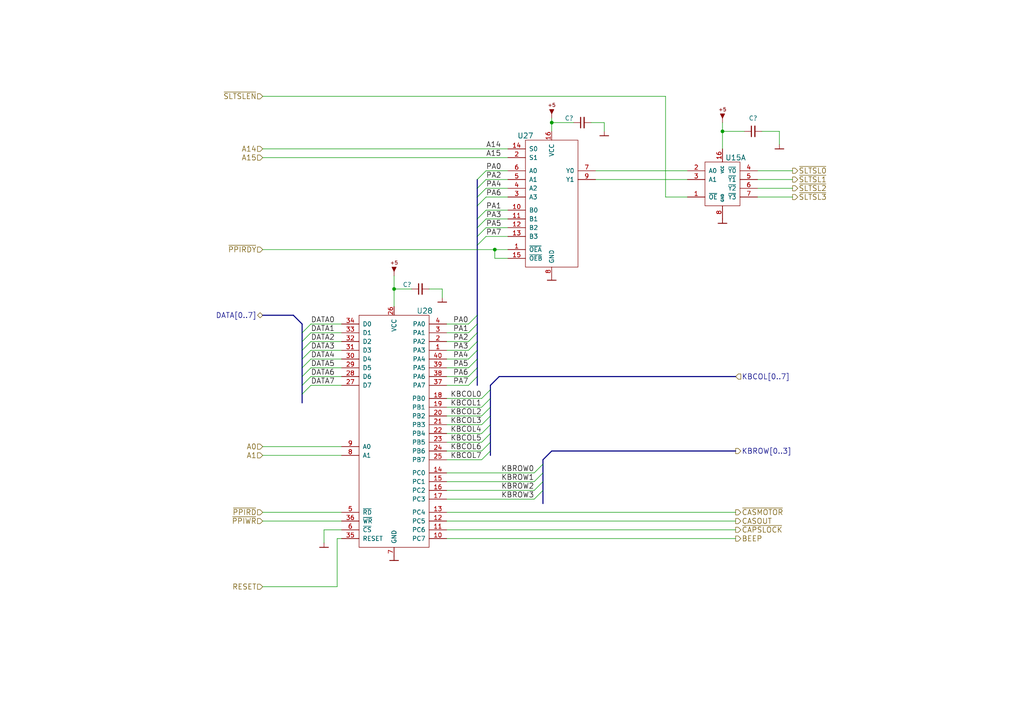
<source format=kicad_sch>
(kicad_sch (version 20211123) (generator eeschema)

  (uuid 40b14a16-fb82-4b9d-89dd-55cd98abb5cc)

  (paper "A4")

  (lib_symbols
    (symbol "artemisa:74HC139" (pin_names (offset 1.016)) (in_bom yes) (on_board yes)
      (property "Reference" "U" (id 0) (at 3.81 7.62 0)
        (effects (font (size 1.27 1.27)))
      )
      (property "Value" "74HC139" (id 1) (at 7.62 -7.62 0)
        (effects (font (size 1.27 1.27)))
      )
      (property "Footprint" "" (id 2) (at 0 -3.81 0)
        (effects (font (size 1.524 1.524)) hide)
      )
      (property "Datasheet" "" (id 3) (at 0 -3.81 0)
        (effects (font (size 1.524 1.524)) hide)
      )
      (symbol "74HC139_1_0"
        (pin power_in line (at 0 10.16 270) (length 3.81)
          (name "VCC" (effects (font (size 0.762 0.762))))
          (number "16" (effects (font (size 1.27 1.27))))
        )
        (pin power_in line (at 0 -10.16 90) (length 3.81)
          (name "GND" (effects (font (size 0.762 0.762))))
          (number "8" (effects (font (size 1.27 1.27))))
        )
      )
      (symbol "74HC139_1_1"
        (rectangle (start -5.08 6.35) (end 5.08 -6.35)
          (stroke (width 0) (type default) (color 0 0 0 0))
          (fill (type none))
        )
        (pin input line (at -10.16 -3.81 0) (length 5.08)
          (name "~{OE}" (effects (font (size 1.27 1.27))))
          (number "1" (effects (font (size 1.27 1.27))))
        )
        (pin input line (at -10.16 3.81 0) (length 5.08)
          (name "A0" (effects (font (size 1.27 1.27))))
          (number "2" (effects (font (size 1.27 1.27))))
        )
        (pin input line (at -10.16 1.27 0) (length 5.08)
          (name "A1" (effects (font (size 1.27 1.27))))
          (number "3" (effects (font (size 1.27 1.27))))
        )
        (pin output line (at 10.16 3.81 180) (length 5.08)
          (name "~{Y0}" (effects (font (size 1.27 1.27))))
          (number "4" (effects (font (size 1.27 1.27))))
        )
        (pin output line (at 10.16 1.27 180) (length 5.08)
          (name "~{Y1}" (effects (font (size 1.27 1.27))))
          (number "5" (effects (font (size 1.27 1.27))))
        )
        (pin output line (at 10.16 -1.27 180) (length 5.08)
          (name "~{Y2}" (effects (font (size 1.27 1.27))))
          (number "6" (effects (font (size 1.27 1.27))))
        )
        (pin output line (at 10.16 -3.81 180) (length 5.08)
          (name "~{Y3}" (effects (font (size 1.27 1.27))))
          (number "7" (effects (font (size 1.27 1.27))))
        )
      )
      (symbol "74HC139_2_1"
        (rectangle (start -5.08 6.35) (end 5.08 -6.35)
          (stroke (width 0) (type default) (color 0 0 0 0))
          (fill (type none))
        )
        (pin output line (at 10.16 -1.27 180) (length 5.08)
          (name "~{Y2}" (effects (font (size 1.27 1.27))))
          (number "10" (effects (font (size 1.27 1.27))))
        )
        (pin output line (at 10.16 1.27 180) (length 5.08)
          (name "~{Y1}" (effects (font (size 1.27 1.27))))
          (number "11" (effects (font (size 1.27 1.27))))
        )
        (pin output line (at 10.16 3.81 180) (length 5.08)
          (name "~{Y0}" (effects (font (size 1.27 1.27))))
          (number "12" (effects (font (size 1.27 1.27))))
        )
        (pin input line (at -10.16 1.27 0) (length 5.08)
          (name "A1" (effects (font (size 1.27 1.27))))
          (number "13" (effects (font (size 1.27 1.27))))
        )
        (pin input line (at -10.16 3.81 0) (length 5.08)
          (name "A0" (effects (font (size 1.27 1.27))))
          (number "14" (effects (font (size 1.27 1.27))))
        )
        (pin input line (at -10.16 -3.81 0) (length 5.08)
          (name "~{OE}" (effects (font (size 1.27 1.27))))
          (number "15" (effects (font (size 1.27 1.27))))
        )
        (pin output line (at 10.16 -3.81 180) (length 5.08)
          (name "~{Y3}" (effects (font (size 1.27 1.27))))
          (number "9" (effects (font (size 1.27 1.27))))
        )
      )
    )
    (symbol "artemisa:74HC153" (pin_names (offset 1.016)) (in_bom yes) (on_board yes)
      (property "Reference" "U" (id 0) (at 6.35 20.32 0)
        (effects (font (size 1.524 1.524)))
      )
      (property "Value" "74HC153" (id 1) (at 6.35 -19.05 0)
        (effects (font (size 1.524 1.524)))
      )
      (property "Footprint" "" (id 2) (at 0 -3.81 0)
        (effects (font (size 1.524 1.524)) hide)
      )
      (property "Datasheet" "" (id 3) (at 0 -3.81 0)
        (effects (font (size 1.524 1.524)) hide)
      )
      (symbol "74HC153_0_1"
        (rectangle (start -7.62 19.05) (end 7.62 -17.78)
          (stroke (width 0) (type default) (color 0 0 0 0))
          (fill (type none))
        )
        (pin input line (at -12.7 -1.27 0) (length 5.08)
          (name "B0" (effects (font (size 1.27 1.27))))
          (number "10" (effects (font (size 1.27 1.27))))
        )
        (pin input line (at -12.7 -3.81 0) (length 5.08)
          (name "B1" (effects (font (size 1.27 1.27))))
          (number "11" (effects (font (size 1.27 1.27))))
        )
        (pin input line (at -12.7 -6.35 0) (length 5.08)
          (name "B2" (effects (font (size 1.27 1.27))))
          (number "12" (effects (font (size 1.27 1.27))))
        )
        (pin input line (at -12.7 -8.89 0) (length 5.08)
          (name "B3" (effects (font (size 1.27 1.27))))
          (number "13" (effects (font (size 1.27 1.27))))
        )
        (pin input line (at -12.7 16.51 0) (length 5.08)
          (name "S0" (effects (font (size 1.27 1.27))))
          (number "14" (effects (font (size 1.27 1.27))))
        )
        (pin power_in line (at 0 21.59 270) (length 2.54)
          (name "VCC" (effects (font (size 1.27 1.27))))
          (number "16" (effects (font (size 1.27 1.27))))
        )
        (pin input line (at -12.7 13.97 0) (length 5.08)
          (name "S1" (effects (font (size 1.27 1.27))))
          (number "2" (effects (font (size 1.27 1.27))))
        )
        (pin input line (at -12.7 2.54 0) (length 5.08)
          (name "A3" (effects (font (size 1.27 1.27))))
          (number "3" (effects (font (size 1.27 1.27))))
        )
        (pin input line (at -12.7 5.08 0) (length 5.08)
          (name "A2" (effects (font (size 1.27 1.27))))
          (number "4" (effects (font (size 1.27 1.27))))
        )
        (pin input line (at -12.7 7.62 0) (length 5.08)
          (name "A1" (effects (font (size 1.27 1.27))))
          (number "5" (effects (font (size 1.27 1.27))))
        )
        (pin input line (at -12.7 10.16 0) (length 5.08)
          (name "A0" (effects (font (size 1.27 1.27))))
          (number "6" (effects (font (size 1.27 1.27))))
        )
        (pin power_in line (at 0 -20.32 90) (length 2.54)
          (name "GND" (effects (font (size 1.27 1.27))))
          (number "8" (effects (font (size 1.27 1.27))))
        )
      )
      (symbol "74HC153_1_1"
        (pin input line (at -12.7 -12.7 0) (length 5.08)
          (name "~{OEA}" (effects (font (size 1.27 1.27))))
          (number "1" (effects (font (size 1.27 1.27))))
        )
        (pin input line (at -12.7 -15.24 0) (length 5.08)
          (name "~{OEB}" (effects (font (size 1.27 1.27))))
          (number "15" (effects (font (size 1.27 1.27))))
        )
        (pin output line (at 12.7 10.16 180) (length 5.08)
          (name "Y0" (effects (font (size 1.27 1.27))))
          (number "7" (effects (font (size 1.27 1.27))))
        )
        (pin output line (at 12.7 7.62 180) (length 5.08)
          (name "Y1" (effects (font (size 1.27 1.27))))
          (number "9" (effects (font (size 1.27 1.27))))
        )
      )
    )
    (symbol "artemisa:82C55A" (pin_names (offset 1.016)) (in_bom yes) (on_board yes)
      (property "Reference" "U" (id 0) (at 8.89 36.83 0)
        (effects (font (size 1.524 1.524)))
      )
      (property "Value" "82C55A" (id 1) (at 7.62 -33.02 0)
        (effects (font (size 1.524 1.524)))
      )
      (property "Footprint" "" (id 2) (at 5.08 13.97 0)
        (effects (font (size 1.524 1.524)) hide)
      )
      (property "Datasheet" "" (id 3) (at 5.08 13.97 0)
        (effects (font (size 1.524 1.524)) hide)
      )
      (symbol "82C55A_0_1"
        (rectangle (start -10.16 35.56) (end 10.16 -31.75)
          (stroke (width 0) (type default) (color 0 0 0 0))
          (fill (type none))
        )
      )
      (symbol "82C55A_1_1"
        (pin bidirectional line (at 15.24 25.4 180) (length 5.08)
          (name "PA3" (effects (font (size 1.27 1.27))))
          (number "1" (effects (font (size 1.27 1.27))))
        )
        (pin bidirectional line (at 15.24 -29.21 180) (length 5.08)
          (name "PC7" (effects (font (size 1.27 1.27))))
          (number "10" (effects (font (size 1.27 1.27))))
        )
        (pin bidirectional line (at 15.24 -26.67 180) (length 5.08)
          (name "PC6" (effects (font (size 1.27 1.27))))
          (number "11" (effects (font (size 1.27 1.27))))
        )
        (pin bidirectional line (at 15.24 -24.13 180) (length 5.08)
          (name "PC5" (effects (font (size 1.27 1.27))))
          (number "12" (effects (font (size 1.27 1.27))))
        )
        (pin bidirectional line (at 15.24 -21.59 180) (length 5.08)
          (name "PC4" (effects (font (size 1.27 1.27))))
          (number "13" (effects (font (size 1.27 1.27))))
        )
        (pin bidirectional line (at 15.24 -10.16 180) (length 5.08)
          (name "PC0" (effects (font (size 1.27 1.27))))
          (number "14" (effects (font (size 1.27 1.27))))
        )
        (pin bidirectional line (at 15.24 -12.7 180) (length 5.08)
          (name "PC1" (effects (font (size 1.27 1.27))))
          (number "15" (effects (font (size 1.27 1.27))))
        )
        (pin bidirectional line (at 15.24 -15.24 180) (length 5.08)
          (name "PC2" (effects (font (size 1.27 1.27))))
          (number "16" (effects (font (size 1.27 1.27))))
        )
        (pin bidirectional line (at 15.24 -17.78 180) (length 5.08)
          (name "PC3" (effects (font (size 1.27 1.27))))
          (number "17" (effects (font (size 1.27 1.27))))
        )
        (pin bidirectional line (at 15.24 11.43 180) (length 5.08)
          (name "PB0" (effects (font (size 1.27 1.27))))
          (number "18" (effects (font (size 1.27 1.27))))
        )
        (pin bidirectional line (at 15.24 8.89 180) (length 5.08)
          (name "PB1" (effects (font (size 1.27 1.27))))
          (number "19" (effects (font (size 1.27 1.27))))
        )
        (pin bidirectional line (at 15.24 27.94 180) (length 5.08)
          (name "PA2" (effects (font (size 1.27 1.27))))
          (number "2" (effects (font (size 1.27 1.27))))
        )
        (pin bidirectional line (at 15.24 6.35 180) (length 5.08)
          (name "PB2" (effects (font (size 1.27 1.27))))
          (number "20" (effects (font (size 1.27 1.27))))
        )
        (pin bidirectional line (at 15.24 3.81 180) (length 5.08)
          (name "PB3" (effects (font (size 1.27 1.27))))
          (number "21" (effects (font (size 1.27 1.27))))
        )
        (pin bidirectional line (at 15.24 1.27 180) (length 5.08)
          (name "PB4" (effects (font (size 1.27 1.27))))
          (number "22" (effects (font (size 1.27 1.27))))
        )
        (pin bidirectional line (at 15.24 -1.27 180) (length 5.08)
          (name "PB5" (effects (font (size 1.27 1.27))))
          (number "23" (effects (font (size 1.27 1.27))))
        )
        (pin bidirectional line (at 15.24 -3.81 180) (length 5.08)
          (name "PB6" (effects (font (size 1.27 1.27))))
          (number "24" (effects (font (size 1.27 1.27))))
        )
        (pin bidirectional line (at 15.24 -6.35 180) (length 5.08)
          (name "PB7" (effects (font (size 1.27 1.27))))
          (number "25" (effects (font (size 1.27 1.27))))
        )
        (pin power_in line (at 0 38.1 270) (length 2.54)
          (name "VCC" (effects (font (size 1.27 1.27))))
          (number "26" (effects (font (size 1.27 1.27))))
        )
        (pin input line (at -15.24 15.24 0) (length 5.08)
          (name "D7" (effects (font (size 1.27 1.27))))
          (number "27" (effects (font (size 1.27 1.27))))
        )
        (pin input line (at -15.24 17.78 0) (length 5.08)
          (name "D6" (effects (font (size 1.27 1.27))))
          (number "28" (effects (font (size 1.27 1.27))))
        )
        (pin input line (at -15.24 20.32 0) (length 5.08)
          (name "D5" (effects (font (size 1.27 1.27))))
          (number "29" (effects (font (size 1.27 1.27))))
        )
        (pin bidirectional line (at 15.24 30.48 180) (length 5.08)
          (name "PA1" (effects (font (size 1.27 1.27))))
          (number "3" (effects (font (size 1.27 1.27))))
        )
        (pin input line (at -15.24 22.86 0) (length 5.08)
          (name "D4" (effects (font (size 1.27 1.27))))
          (number "30" (effects (font (size 1.27 1.27))))
        )
        (pin input line (at -15.24 25.4 0) (length 5.08)
          (name "D3" (effects (font (size 1.27 1.27))))
          (number "31" (effects (font (size 1.27 1.27))))
        )
        (pin input line (at -15.24 27.94 0) (length 5.08)
          (name "D2" (effects (font (size 1.27 1.27))))
          (number "32" (effects (font (size 1.27 1.27))))
        )
        (pin input line (at -15.24 30.48 0) (length 5.08)
          (name "D1" (effects (font (size 1.27 1.27))))
          (number "33" (effects (font (size 1.27 1.27))))
        )
        (pin input line (at -15.24 33.02 0) (length 5.08)
          (name "D0" (effects (font (size 1.27 1.27))))
          (number "34" (effects (font (size 1.27 1.27))))
        )
        (pin input line (at -15.24 -29.21 0) (length 5.08)
          (name "RESET" (effects (font (size 1.27 1.27))))
          (number "35" (effects (font (size 1.27 1.27))))
        )
        (pin input line (at -15.24 -24.13 0) (length 5.08)
          (name "~{WR}" (effects (font (size 1.27 1.27))))
          (number "36" (effects (font (size 1.27 1.27))))
        )
        (pin bidirectional line (at 15.24 15.24 180) (length 5.08)
          (name "PA7" (effects (font (size 1.27 1.27))))
          (number "37" (effects (font (size 1.27 1.27))))
        )
        (pin bidirectional line (at 15.24 17.78 180) (length 5.08)
          (name "PA6" (effects (font (size 1.27 1.27))))
          (number "38" (effects (font (size 1.27 1.27))))
        )
        (pin bidirectional line (at 15.24 20.32 180) (length 5.08)
          (name "PA5" (effects (font (size 1.27 1.27))))
          (number "39" (effects (font (size 1.27 1.27))))
        )
        (pin bidirectional line (at 15.24 33.02 180) (length 5.08)
          (name "PA0" (effects (font (size 1.27 1.27))))
          (number "4" (effects (font (size 1.27 1.27))))
        )
        (pin bidirectional line (at 15.24 22.86 180) (length 5.08)
          (name "PA4" (effects (font (size 1.27 1.27))))
          (number "40" (effects (font (size 1.27 1.27))))
        )
        (pin input line (at -15.24 -21.59 0) (length 5.08)
          (name "~{RD}" (effects (font (size 1.27 1.27))))
          (number "5" (effects (font (size 1.27 1.27))))
        )
        (pin input line (at -15.24 -26.67 0) (length 5.08)
          (name "~{CS}" (effects (font (size 1.27 1.27))))
          (number "6" (effects (font (size 1.27 1.27))))
        )
        (pin power_in line (at 0 -34.29 90) (length 2.54)
          (name "GND" (effects (font (size 1.27 1.27))))
          (number "7" (effects (font (size 1.27 1.27))))
        )
        (pin input line (at -15.24 -5.08 0) (length 5.08)
          (name "A1" (effects (font (size 1.27 1.27))))
          (number "8" (effects (font (size 1.27 1.27))))
        )
        (pin input line (at -15.24 -2.54 0) (length 5.08)
          (name "A0" (effects (font (size 1.27 1.27))))
          (number "9" (effects (font (size 1.27 1.27))))
        )
      )
    )
    (symbol "artemisa:Cap" (pin_numbers hide) (pin_names (offset 0.254) hide) (in_bom yes) (on_board yes)
      (property "Reference" "C" (id 0) (at 0.254 1.778 0)
        (effects (font (size 1.27 1.27)) (justify left))
      )
      (property "Value" "Cap" (id 1) (at 0.254 -2.032 0)
        (effects (font (size 1.27 1.27)) (justify left))
      )
      (property "Footprint" "" (id 2) (at 0 0 0)
        (effects (font (size 1.27 1.27)) hide)
      )
      (property "Datasheet" "" (id 3) (at 0 0 0)
        (effects (font (size 1.27 1.27)) hide)
      )
      (property "ki_fp_filters" "C_*" (id 4) (at 0 0 0)
        (effects (font (size 1.27 1.27)) hide)
      )
      (symbol "Cap_0_1"
        (polyline
          (pts
            (xy -1.524 -0.508)
            (xy 1.524 -0.508)
          )
          (stroke (width 0.3302) (type default) (color 0 0 0 0))
          (fill (type none))
        )
        (polyline
          (pts
            (xy -1.524 0.508)
            (xy 1.524 0.508)
          )
          (stroke (width 0.3048) (type default) (color 0 0 0 0))
          (fill (type none))
        )
      )
      (symbol "Cap_1_1"
        (pin passive line (at 0 2.54 270) (length 2.032)
          (name "~" (effects (font (size 1.27 1.27))))
          (number "1" (effects (font (size 1.27 1.27))))
        )
        (pin passive line (at 0 -2.54 90) (length 2.032)
          (name "~" (effects (font (size 1.27 1.27))))
          (number "2" (effects (font (size 1.27 1.27))))
        )
      )
    )
    (symbol "artemisa:GND" (power) (pin_numbers hide) (pin_names (offset 0) hide) (in_bom yes) (on_board yes)
      (property "Reference" "#PWR" (id 0) (at 0 -2.54 0)
        (effects (font (size 1.524 1.524)) hide)
      )
      (property "Value" "GND" (id 1) (at 0 2.54 0)
        (effects (font (size 1.524 1.524)) hide)
      )
      (property "Footprint" "" (id 2) (at 0 0 0)
        (effects (font (size 1.524 1.524)) hide)
      )
      (property "Datasheet" "" (id 3) (at 0 0 0)
        (effects (font (size 1.524 1.524)) hide)
      )
      (symbol "GND_0_1"
        (polyline
          (pts
            (xy -1.27 -1.27)
            (xy 1.27 -1.27)
          )
          (stroke (width 0.254) (type default) (color 0 0 0 0))
          (fill (type none))
        )
      )
      (symbol "GND_1_1"
        (pin power_in line (at 0 0 270) (length 1.27)
          (name "GND" (effects (font (size 1.27 1.27))))
          (number "~" (effects (font (size 1.27 1.27))))
        )
      )
    )
    (symbol "artemisa:VCC" (power) (pin_numbers hide) (pin_names (offset 0) hide) (in_bom yes) (on_board yes)
      (property "Reference" "#PWR" (id 0) (at 0 -1.27 0)
        (effects (font (size 1.524 1.524)) hide)
      )
      (property "Value" "VCC" (id 1) (at 0 6.35 0)
        (effects (font (size 1.524 1.524)) hide)
      )
      (property "Footprint" "" (id 2) (at 0 0 0)
        (effects (font (size 1.524 1.524)) hide)
      )
      (property "Datasheet" "" (id 3) (at 0 0 0)
        (effects (font (size 1.524 1.524)) hide)
      )
      (symbol "VCC_0_0"
        (text "+5" (at 0 3.81 0)
          (effects (font (size 1.016 1.016)))
        )
      )
      (symbol "VCC_0_1"
        (polyline
          (pts
            (xy 0 1.27)
            (xy 0.635 2.54)
            (xy -0.635 2.54)
            (xy 0 1.27)
          )
          (stroke (width 0) (type default) (color 0 0 0 0))
          (fill (type outline))
        )
      )
      (symbol "VCC_1_1"
        (pin power_in line (at 0 0 90) (length 1.27)
          (name "~" (effects (font (size 1.27 1.27))))
          (number "~" (effects (font (size 1.27 1.27))))
        )
      )
    )
  )

  (junction (at 209.55 38.1) (diameter 0) (color 0 0 0 0)
    (uuid 22bb6c80-05a9-4d89-98b0-f4c23fe6c1ce)
  )
  (junction (at 160.02 35.56) (diameter 0) (color 0 0 0 0)
    (uuid e17e6c0e-7e5b-43f0-ad48-0a2760b45b04)
  )
  (junction (at 143.51 72.39) (diameter 0) (color 0 0 0 0)
    (uuid e97b5984-9f0f-43a4-9b8a-838eef4cceb2)
  )
  (junction (at 114.3 83.82) (diameter 0) (color 0 0 0 0)
    (uuid f959907b-1cef-4760-b043-4260a660a2ae)
  )

  (bus_entry (at 154.94 137.16) (size 2.54 -2.54)
    (stroke (width 0) (type default) (color 0 0 0 0))
    (uuid 0520f61d-4522-4301-a3fa-8ed0bf060f69)
  )
  (bus_entry (at 138.43 106.68) (size -2.54 2.54)
    (stroke (width 0) (type default) (color 0 0 0 0))
    (uuid 0ae82096-0994-4fb0-9a2a-d4ac4804abac)
  )
  (bus_entry (at 138.43 57.15) (size 2.54 -2.54)
    (stroke (width 0) (type default) (color 0 0 0 0))
    (uuid 109caac1-5036-4f23-9a66-f569d871501b)
  )
  (bus_entry (at 142.24 130.81) (size -2.54 2.54)
    (stroke (width 0) (type default) (color 0 0 0 0))
    (uuid 155b0b7c-70b4-4a26-a550-bac13cab0aa4)
  )
  (bus_entry (at 138.43 101.6) (size -2.54 2.54)
    (stroke (width 0) (type default) (color 0 0 0 0))
    (uuid 1c68b844-c861-46b7-b734-0242168a4220)
  )
  (bus_entry (at 138.43 66.04) (size 2.54 -2.54)
    (stroke (width 0) (type default) (color 0 0 0 0))
    (uuid 1f8b2c0c-b042-4e2e-80f6-4959a27b238f)
  )
  (bus_entry (at 142.24 128.27) (size -2.54 2.54)
    (stroke (width 0) (type default) (color 0 0 0 0))
    (uuid 1fa508ef-df83-4c99-846b-9acf535b3ad9)
  )
  (bus_entry (at 138.43 96.52) (size -2.54 2.54)
    (stroke (width 0) (type default) (color 0 0 0 0))
    (uuid 224768bc-6009-43ba-aa4a-70cbaa15b5a3)
  )
  (bus_entry (at 87.63 106.68) (size 2.54 -2.54)
    (stroke (width 0) (type default) (color 0 0 0 0))
    (uuid 37f31dec-63fc-4634-a141-5dc5d2b60fe4)
  )
  (bus_entry (at 154.94 139.7) (size 2.54 -2.54)
    (stroke (width 0) (type default) (color 0 0 0 0))
    (uuid 411d4270-c66c-4318-b7fb-1470d34862b8)
  )
  (bus_entry (at 87.63 96.52) (size 2.54 -2.54)
    (stroke (width 0) (type default) (color 0 0 0 0))
    (uuid 4e315e69-0417-463a-8b7f-469a08d1496e)
  )
  (bus_entry (at 142.24 125.73) (size -2.54 2.54)
    (stroke (width 0) (type default) (color 0 0 0 0))
    (uuid 4f411f68-04bd-4175-a406-bcaa4cf6601e)
  )
  (bus_entry (at 87.63 99.06) (size 2.54 -2.54)
    (stroke (width 0) (type default) (color 0 0 0 0))
    (uuid 4fa10683-33cd-4dcd-8acc-2415cd63c62a)
  )
  (bus_entry (at 138.43 63.5) (size 2.54 -2.54)
    (stroke (width 0) (type default) (color 0 0 0 0))
    (uuid 6b7c1048-12b6-46b2-b762-fa3ad30472dd)
  )
  (bus_entry (at 142.24 113.03) (size -2.54 2.54)
    (stroke (width 0) (type default) (color 0 0 0 0))
    (uuid 6e435cd4-da2b-4602-a0aa-5dd988834dff)
  )
  (bus_entry (at 142.24 115.57) (size -2.54 2.54)
    (stroke (width 0) (type default) (color 0 0 0 0))
    (uuid 6f675e5f-8fe6-4148-baf1-da97afc770f8)
  )
  (bus_entry (at 87.63 111.76) (size 2.54 -2.54)
    (stroke (width 0) (type default) (color 0 0 0 0))
    (uuid 70fb572d-d5ec-41e7-9482-63d4578b4f47)
  )
  (bus_entry (at 154.94 144.78) (size 2.54 -2.54)
    (stroke (width 0) (type default) (color 0 0 0 0))
    (uuid 795e68e2-c9ba-45cf-9bff-89b8fae05b5a)
  )
  (bus_entry (at 138.43 68.58) (size 2.54 -2.54)
    (stroke (width 0) (type default) (color 0 0 0 0))
    (uuid 79e31048-072a-4a40-a625-26bb0b5f046b)
  )
  (bus_entry (at 138.43 54.61) (size 2.54 -2.54)
    (stroke (width 0) (type default) (color 0 0 0 0))
    (uuid 7c04618d-9115-4179-b234-a8faf854ea92)
  )
  (bus_entry (at 138.43 93.98) (size -2.54 2.54)
    (stroke (width 0) (type default) (color 0 0 0 0))
    (uuid 89c0bc4d-eee5-4a77-ac35-d30b35db5cbe)
  )
  (bus_entry (at 142.24 123.19) (size -2.54 2.54)
    (stroke (width 0) (type default) (color 0 0 0 0))
    (uuid 8fc062a7-114d-48eb-a8f8-71128838f380)
  )
  (bus_entry (at 154.94 142.24) (size 2.54 -2.54)
    (stroke (width 0) (type default) (color 0 0 0 0))
    (uuid 8fcec304-c6b1-4655-8326-beacd0476953)
  )
  (bus_entry (at 142.24 120.65) (size -2.54 2.54)
    (stroke (width 0) (type default) (color 0 0 0 0))
    (uuid 917920ab-0c6e-4927-974d-ef342cdd4f63)
  )
  (bus_entry (at 138.43 52.07) (size 2.54 -2.54)
    (stroke (width 0) (type default) (color 0 0 0 0))
    (uuid 998b7fa5-31a5-472e-9572-49d5226d6098)
  )
  (bus_entry (at 138.43 91.44) (size -2.54 2.54)
    (stroke (width 0) (type default) (color 0 0 0 0))
    (uuid a7531a95-7ca1-4f34-955e-18120cec99e6)
  )
  (bus_entry (at 87.63 101.6) (size 2.54 -2.54)
    (stroke (width 0) (type default) (color 0 0 0 0))
    (uuid b1ddb058-f7b2-429c-9489-f4e2242ad7e5)
  )
  (bus_entry (at 138.43 71.12) (size 2.54 -2.54)
    (stroke (width 0) (type default) (color 0 0 0 0))
    (uuid b873bc5d-a9af-4bd9-afcb-87ce4d417120)
  )
  (bus_entry (at 138.43 109.22) (size -2.54 2.54)
    (stroke (width 0) (type default) (color 0 0 0 0))
    (uuid b9bb0e73-161a-4d06-b6eb-a9f66d8a95f5)
  )
  (bus_entry (at 87.63 104.14) (size 2.54 -2.54)
    (stroke (width 0) (type default) (color 0 0 0 0))
    (uuid c106154f-d948-43e5-abfa-e1b96055d91b)
  )
  (bus_entry (at 138.43 99.06) (size -2.54 2.54)
    (stroke (width 0) (type default) (color 0 0 0 0))
    (uuid cada57e2-1fa7-4b9d-a2a0-2218773d5c50)
  )
  (bus_entry (at 87.63 109.22) (size 2.54 -2.54)
    (stroke (width 0) (type default) (color 0 0 0 0))
    (uuid cf386a39-fc62-49dd-8ec5-e044f6bd67ce)
  )
  (bus_entry (at 142.24 118.11) (size -2.54 2.54)
    (stroke (width 0) (type default) (color 0 0 0 0))
    (uuid d69a5fdf-de15-4ec9-94f6-f9ee2f4b69fa)
  )
  (bus_entry (at 87.63 114.3) (size 2.54 -2.54)
    (stroke (width 0) (type default) (color 0 0 0 0))
    (uuid e54e5e19-1deb-49a9-8629-617db8e434c0)
  )
  (bus_entry (at 138.43 104.14) (size -2.54 2.54)
    (stroke (width 0) (type default) (color 0 0 0 0))
    (uuid e7bb7815-0d52-4bb8-b29a-8cf960bd2905)
  )
  (bus_entry (at 138.43 59.69) (size 2.54 -2.54)
    (stroke (width 0) (type default) (color 0 0 0 0))
    (uuid f1447ad6-651c-45be-a2d6-33bddf672c2c)
  )

  (bus (pts (xy 138.43 52.07) (xy 138.43 54.61))
    (stroke (width 0) (type default) (color 0 0 0 0))
    (uuid 011ee658-718d-416a-85fd-961729cd1ee5)
  )

  (wire (pts (xy 93.98 153.67) (xy 93.98 157.48))
    (stroke (width 0) (type default) (color 0 0 0 0))
    (uuid 065b9982-55f2-4822-977e-07e8a06e7b35)
  )
  (wire (pts (xy 90.17 93.98) (xy 99.06 93.98))
    (stroke (width 0) (type default) (color 0 0 0 0))
    (uuid 071522c0-d0ed-49b9-906e-6295f67fb0dc)
  )
  (bus (pts (xy 138.43 68.58) (xy 138.43 71.12))
    (stroke (width 0) (type default) (color 0 0 0 0))
    (uuid 0aadf54d-dacf-4007-aabb-7ac26ba5bd37)
  )

  (wire (pts (xy 140.97 57.15) (xy 147.32 57.15))
    (stroke (width 0) (type default) (color 0 0 0 0))
    (uuid 0cc45b5b-96b3-4284-9cae-a3a9e324a916)
  )
  (wire (pts (xy 135.89 99.06) (xy 129.54 99.06))
    (stroke (width 0) (type default) (color 0 0 0 0))
    (uuid 0f324b67-75ef-407f-8dbc-3c1fc5c2abba)
  )
  (wire (pts (xy 128.27 83.82) (xy 128.27 86.36))
    (stroke (width 0) (type default) (color 0 0 0 0))
    (uuid 0fd35a3e-b394-4aae-875a-fac843f9cbb7)
  )
  (wire (pts (xy 135.89 93.98) (xy 129.54 93.98))
    (stroke (width 0) (type default) (color 0 0 0 0))
    (uuid 0fdc6f30-77bc-4e9b-8665-c8aa9acf5bf9)
  )
  (wire (pts (xy 76.2 129.54) (xy 99.06 129.54))
    (stroke (width 0) (type default) (color 0 0 0 0))
    (uuid 1199146e-a60b-416a-b503-e77d6d2892f9)
  )
  (bus (pts (xy 87.63 111.76) (xy 87.63 114.3))
    (stroke (width 0) (type default) (color 0 0 0 0))
    (uuid 13a13473-0513-4470-a633-0eb288464690)
  )
  (bus (pts (xy 144.78 109.22) (xy 213.36 109.22))
    (stroke (width 0) (type default) (color 0 0 0 0))
    (uuid 143ed874-a01f-4ced-ba4e-bbb66ddd1f70)
  )

  (wire (pts (xy 143.51 72.39) (xy 147.32 72.39))
    (stroke (width 0) (type default) (color 0 0 0 0))
    (uuid 16121028-bdf5-49c0-aae7-e28fe5bfa771)
  )
  (wire (pts (xy 175.26 35.56) (xy 175.26 38.1))
    (stroke (width 0) (type default) (color 0 0 0 0))
    (uuid 180245d9-4a3f-4d1b-adcc-b4eafac722e0)
  )
  (wire (pts (xy 160.02 34.29) (xy 160.02 35.56))
    (stroke (width 0) (type default) (color 0 0 0 0))
    (uuid 196a8dd5-5fd6-4c7f-ae4a-0104bd82e61b)
  )
  (wire (pts (xy 140.97 52.07) (xy 147.32 52.07))
    (stroke (width 0) (type default) (color 0 0 0 0))
    (uuid 19b0959e-a79b-43b2-a5ad-525ced7e9131)
  )
  (bus (pts (xy 87.63 114.3) (xy 87.63 116.84))
    (stroke (width 0) (type default) (color 0 0 0 0))
    (uuid 19f4b8b4-be0c-4288-abe5-c17502fc672f)
  )

  (wire (pts (xy 129.54 137.16) (xy 154.94 137.16))
    (stroke (width 0) (type default) (color 0 0 0 0))
    (uuid 221bef83-3ea7-4d3f-adeb-53a8a07c6273)
  )
  (bus (pts (xy 142.24 130.81) (xy 142.24 132.08))
    (stroke (width 0) (type default) (color 0 0 0 0))
    (uuid 225fc398-2971-432f-ba6d-b4d5757d1c6e)
  )
  (bus (pts (xy 87.63 101.6) (xy 87.63 104.14))
    (stroke (width 0) (type default) (color 0 0 0 0))
    (uuid 22ba7011-af16-481a-be60-4832e2fa49b7)
  )
  (bus (pts (xy 138.43 101.6) (xy 138.43 104.14))
    (stroke (width 0) (type default) (color 0 0 0 0))
    (uuid 2536e930-06a4-43c1-bb06-fbe9f6f63e41)
  )

  (wire (pts (xy 219.71 49.53) (xy 229.87 49.53))
    (stroke (width 0) (type default) (color 0 0 0 0))
    (uuid 26801cfb-b53b-4a6a-a2f4-5f4986565765)
  )
  (bus (pts (xy 138.43 109.22) (xy 138.43 111.76))
    (stroke (width 0) (type default) (color 0 0 0 0))
    (uuid 26d0960c-3dad-40b7-9ad0-2a8d7207d84f)
  )
  (bus (pts (xy 142.24 125.73) (xy 142.24 128.27))
    (stroke (width 0) (type default) (color 0 0 0 0))
    (uuid 27ff589f-3de7-4185-b7df-d1dbb0da622f)
  )

  (wire (pts (xy 139.7 133.35) (xy 129.54 133.35))
    (stroke (width 0) (type default) (color 0 0 0 0))
    (uuid 2891767f-251c-48c4-91c0-deb1b368f45c)
  )
  (wire (pts (xy 209.55 38.1) (xy 209.55 35.56))
    (stroke (width 0) (type default) (color 0 0 0 0))
    (uuid 2db910a0-b943-40b4-b81f-068ba5265f56)
  )
  (wire (pts (xy 90.17 106.68) (xy 99.06 106.68))
    (stroke (width 0) (type default) (color 0 0 0 0))
    (uuid 2dc54bac-8640-4dd7-b8ed-3c7acb01a8ea)
  )
  (wire (pts (xy 119.38 83.82) (xy 114.3 83.82))
    (stroke (width 0) (type default) (color 0 0 0 0))
    (uuid 30317bf0-88bb-49e7-bf8b-9f3883982225)
  )
  (bus (pts (xy 87.63 104.14) (xy 87.63 106.68))
    (stroke (width 0) (type default) (color 0 0 0 0))
    (uuid 3147e880-51e1-4334-9901-8c646d0f1c58)
  )

  (wire (pts (xy 135.89 111.76) (xy 129.54 111.76))
    (stroke (width 0) (type default) (color 0 0 0 0))
    (uuid 34d03349-6d78-4165-a683-2d8b76f2bae8)
  )
  (bus (pts (xy 87.63 96.52) (xy 87.63 99.06))
    (stroke (width 0) (type default) (color 0 0 0 0))
    (uuid 36ddd131-24a1-406c-a011-522c67b17ac1)
  )

  (wire (pts (xy 76.2 151.13) (xy 99.06 151.13))
    (stroke (width 0) (type default) (color 0 0 0 0))
    (uuid 3f43d730-2a73-49fe-9672-32428e7f5b49)
  )
  (wire (pts (xy 226.06 38.1) (xy 220.98 38.1))
    (stroke (width 0) (type default) (color 0 0 0 0))
    (uuid 3f8a5430-68a9-4732-9b89-4e00dd8ae219)
  )
  (bus (pts (xy 157.48 133.35) (xy 160.02 130.81))
    (stroke (width 0) (type default) (color 0 0 0 0))
    (uuid 3fb2e8e3-7579-49ea-8f1f-0415e04bfd8d)
  )
  (bus (pts (xy 142.24 111.76) (xy 144.78 109.22))
    (stroke (width 0) (type default) (color 0 0 0 0))
    (uuid 4208e0be-10e2-4b80-a414-1519879271b4)
  )

  (wire (pts (xy 226.06 41.91) (xy 226.06 38.1))
    (stroke (width 0) (type default) (color 0 0 0 0))
    (uuid 42ff012d-5eb7-42b9-bb45-415cf26799c6)
  )
  (wire (pts (xy 129.54 156.21) (xy 213.36 156.21))
    (stroke (width 0) (type default) (color 0 0 0 0))
    (uuid 479331ff-c540-41f4-84e6-b48d65171e59)
  )
  (wire (pts (xy 129.54 142.24) (xy 154.94 142.24))
    (stroke (width 0) (type default) (color 0 0 0 0))
    (uuid 4ba06b66-7669-4c70-b585-f5d4c9c33527)
  )
  (wire (pts (xy 143.51 74.93) (xy 143.51 72.39))
    (stroke (width 0) (type default) (color 0 0 0 0))
    (uuid 4db55cb8-197b-4402-871f-ce582b65664b)
  )
  (wire (pts (xy 160.02 35.56) (xy 166.37 35.56))
    (stroke (width 0) (type default) (color 0 0 0 0))
    (uuid 54212c01-b363-47b8-a145-45c40df316f4)
  )
  (bus (pts (xy 85.09 91.44) (xy 87.63 93.98))
    (stroke (width 0) (type default) (color 0 0 0 0))
    (uuid 56de11c8-54d5-46a3-86f3-42d9503bfc91)
  )
  (bus (pts (xy 142.24 128.27) (xy 142.24 130.81))
    (stroke (width 0) (type default) (color 0 0 0 0))
    (uuid 58ed07e4-b138-4a86-827e-36284fa14c0b)
  )

  (wire (pts (xy 154.94 144.78) (xy 129.54 144.78))
    (stroke (width 0) (type default) (color 0 0 0 0))
    (uuid 60ff6322-62e2-4602-9bc0-7a0f0a5ecfbf)
  )
  (bus (pts (xy 138.43 93.98) (xy 138.43 96.52))
    (stroke (width 0) (type default) (color 0 0 0 0))
    (uuid 6383d51c-2a4a-451b-80f6-d8ddd181fcca)
  )
  (bus (pts (xy 157.48 139.7) (xy 157.48 142.24))
    (stroke (width 0) (type default) (color 0 0 0 0))
    (uuid 677f7fd6-fe65-4132-818c-44a0c91f5c31)
  )

  (wire (pts (xy 139.7 118.11) (xy 129.54 118.11))
    (stroke (width 0) (type default) (color 0 0 0 0))
    (uuid 699feae1-8cdd-4d2b-947f-f24849c73cdb)
  )
  (wire (pts (xy 99.06 156.21) (xy 97.79 156.21))
    (stroke (width 0) (type default) (color 0 0 0 0))
    (uuid 6d1d60ff-408a-47a7-892f-c5cf9ef6ca75)
  )
  (bus (pts (xy 142.24 120.65) (xy 142.24 123.19))
    (stroke (width 0) (type default) (color 0 0 0 0))
    (uuid 6e377ae5-9877-4223-a4f6-977c4c2655d4)
  )

  (wire (pts (xy 219.71 54.61) (xy 229.87 54.61))
    (stroke (width 0) (type default) (color 0 0 0 0))
    (uuid 6f80f798-dc24-438f-a1eb-4ee2936267c8)
  )
  (wire (pts (xy 199.39 57.15) (xy 193.04 57.15))
    (stroke (width 0) (type default) (color 0 0 0 0))
    (uuid 71989e06-8659-4605-b2da-4f729cc41263)
  )
  (bus (pts (xy 87.63 93.98) (xy 87.63 96.52))
    (stroke (width 0) (type default) (color 0 0 0 0))
    (uuid 72508b1f-1505-46cb-9d37-2081c5a12aca)
  )
  (bus (pts (xy 142.24 123.19) (xy 142.24 125.73))
    (stroke (width 0) (type default) (color 0 0 0 0))
    (uuid 73123040-7d91-4ece-b049-ee26e19f852f)
  )
  (bus (pts (xy 142.24 115.57) (xy 142.24 118.11))
    (stroke (width 0) (type default) (color 0 0 0 0))
    (uuid 73eb1d6b-3e2d-4317-bc4c-c77f232aa2cf)
  )
  (bus (pts (xy 138.43 106.68) (xy 138.43 109.22))
    (stroke (width 0) (type default) (color 0 0 0 0))
    (uuid 75b57470-3933-4be6-8842-b2898714961d)
  )

  (wire (pts (xy 90.17 109.22) (xy 99.06 109.22))
    (stroke (width 0) (type default) (color 0 0 0 0))
    (uuid 7afa54c4-2181-41d3-81f7-39efc497ecae)
  )
  (bus (pts (xy 138.43 57.15) (xy 138.43 59.69))
    (stroke (width 0) (type default) (color 0 0 0 0))
    (uuid 7d64a0a0-384d-4e31-a03a-22264a524862)
  )
  (bus (pts (xy 157.48 133.35) (xy 157.48 134.62))
    (stroke (width 0) (type default) (color 0 0 0 0))
    (uuid 802c2dc3-ca9f-491e-9d66-7893e89ac34c)
  )

  (wire (pts (xy 135.89 96.52) (xy 129.54 96.52))
    (stroke (width 0) (type default) (color 0 0 0 0))
    (uuid 8195a7cf-4576-44dd-9e0e-ee048fdb93dd)
  )
  (bus (pts (xy 157.48 137.16) (xy 157.48 139.7))
    (stroke (width 0) (type default) (color 0 0 0 0))
    (uuid 8727dfe0-a564-4062-a385-c46672a2b168)
  )

  (wire (pts (xy 135.89 109.22) (xy 129.54 109.22))
    (stroke (width 0) (type default) (color 0 0 0 0))
    (uuid 88d2c4b8-79f2-4e8b-9f70-b7e0ed9c70f8)
  )
  (wire (pts (xy 140.97 54.61) (xy 147.32 54.61))
    (stroke (width 0) (type default) (color 0 0 0 0))
    (uuid 8c1605f9-6c91-4701-96bf-e753661d5e23)
  )
  (bus (pts (xy 157.48 134.62) (xy 157.48 137.16))
    (stroke (width 0) (type default) (color 0 0 0 0))
    (uuid 8edc60cf-d5df-4697-953b-31cc055aba5f)
  )

  (wire (pts (xy 147.32 45.72) (xy 76.2 45.72))
    (stroke (width 0) (type default) (color 0 0 0 0))
    (uuid 9031bb33-c6aa-4758-bf5c-3274ed3ebab7)
  )
  (bus (pts (xy 157.48 142.24) (xy 157.48 146.05))
    (stroke (width 0) (type default) (color 0 0 0 0))
    (uuid 915afd34-85f2-4f65-b2f6-5c607c325148)
  )

  (wire (pts (xy 76.2 27.94) (xy 193.04 27.94))
    (stroke (width 0) (type default) (color 0 0 0 0))
    (uuid 9186dae5-6dc3-4744-9f90-e697559c6ac8)
  )
  (bus (pts (xy 160.02 130.81) (xy 213.36 130.81))
    (stroke (width 0) (type default) (color 0 0 0 0))
    (uuid 9186fd02-f30d-4e17-aa38-378ab73e3908)
  )

  (wire (pts (xy 90.17 104.14) (xy 99.06 104.14))
    (stroke (width 0) (type default) (color 0 0 0 0))
    (uuid 91c1eb0a-67ae-4ef0-95ce-d060a03a7313)
  )
  (wire (pts (xy 215.9 38.1) (xy 209.55 38.1))
    (stroke (width 0) (type default) (color 0 0 0 0))
    (uuid 96de0051-7945-413a-9219-1ab367546962)
  )
  (bus (pts (xy 138.43 71.12) (xy 138.43 91.44))
    (stroke (width 0) (type default) (color 0 0 0 0))
    (uuid 96fd148c-2abd-4da2-a739-1fc716e496e9)
  )
  (bus (pts (xy 138.43 99.06) (xy 138.43 101.6))
    (stroke (width 0) (type default) (color 0 0 0 0))
    (uuid 997ebd3b-fb52-489d-905e-2a7aae5bd517)
  )

  (wire (pts (xy 172.72 49.53) (xy 199.39 49.53))
    (stroke (width 0) (type default) (color 0 0 0 0))
    (uuid 9a0b74a5-4879-4b51-8e8e-6d85a0107422)
  )
  (wire (pts (xy 147.32 74.93) (xy 143.51 74.93))
    (stroke (width 0) (type default) (color 0 0 0 0))
    (uuid 9aedbb9e-8340-4899-b813-05b23382a36b)
  )
  (wire (pts (xy 129.54 130.81) (xy 139.7 130.81))
    (stroke (width 0) (type default) (color 0 0 0 0))
    (uuid 9bac9ad3-a7b9-47f0-87c7-d8630653df68)
  )
  (wire (pts (xy 90.17 96.52) (xy 99.06 96.52))
    (stroke (width 0) (type default) (color 0 0 0 0))
    (uuid 9cbf35b8-f4d3-42a3-bb16-04ffd03fd8fd)
  )
  (wire (pts (xy 135.89 104.14) (xy 129.54 104.14))
    (stroke (width 0) (type default) (color 0 0 0 0))
    (uuid 9f80220c-1612-4589-b9ca-a5579617bdb8)
  )
  (wire (pts (xy 76.2 148.59) (xy 99.06 148.59))
    (stroke (width 0) (type default) (color 0 0 0 0))
    (uuid a24ce0e2-fdd3-4e6a-b754-5dee9713dd27)
  )
  (bus (pts (xy 138.43 54.61) (xy 138.43 57.15))
    (stroke (width 0) (type default) (color 0 0 0 0))
    (uuid a4ac0519-b7a7-4509-bdb5-35a62928ff28)
  )

  (wire (pts (xy 99.06 153.67) (xy 93.98 153.67))
    (stroke (width 0) (type default) (color 0 0 0 0))
    (uuid a6ccc556-da88-4006-ae1a-cc35733efef3)
  )
  (wire (pts (xy 129.54 125.73) (xy 139.7 125.73))
    (stroke (width 0) (type default) (color 0 0 0 0))
    (uuid af347946-e3da-4427-87ab-77b747929f50)
  )
  (bus (pts (xy 138.43 63.5) (xy 138.43 66.04))
    (stroke (width 0) (type default) (color 0 0 0 0))
    (uuid af925654-dfb9-45aa-816e-cb4703dcab2f)
  )

  (wire (pts (xy 213.36 151.13) (xy 129.54 151.13))
    (stroke (width 0) (type default) (color 0 0 0 0))
    (uuid b09666f9-12f1-4ee9-8877-2292c94258ca)
  )
  (bus (pts (xy 87.63 99.06) (xy 87.63 101.6))
    (stroke (width 0) (type default) (color 0 0 0 0))
    (uuid b3c4f9ea-9465-428d-a878-c35a35b4a0ec)
  )

  (wire (pts (xy 140.97 63.5) (xy 147.32 63.5))
    (stroke (width 0) (type default) (color 0 0 0 0))
    (uuid b4300db7-1220-431a-b7c3-2edbdf8fa6fc)
  )
  (wire (pts (xy 135.89 101.6) (xy 129.54 101.6))
    (stroke (width 0) (type default) (color 0 0 0 0))
    (uuid b5071759-a4d7-4769-be02-251f23cd4454)
  )
  (wire (pts (xy 154.94 139.7) (xy 129.54 139.7))
    (stroke (width 0) (type default) (color 0 0 0 0))
    (uuid b52d6ff3-fef1-496e-8dd5-ebb89b6bce6a)
  )
  (wire (pts (xy 139.7 123.19) (xy 129.54 123.19))
    (stroke (width 0) (type default) (color 0 0 0 0))
    (uuid b6cd701f-4223-4e72-a305-466869ccb250)
  )
  (wire (pts (xy 90.17 111.76) (xy 99.06 111.76))
    (stroke (width 0) (type default) (color 0 0 0 0))
    (uuid b7867831-ef82-4f33-a926-59e5c1c09b91)
  )
  (bus (pts (xy 87.63 106.68) (xy 87.63 109.22))
    (stroke (width 0) (type default) (color 0 0 0 0))
    (uuid bc34c2e7-0338-47b3-9692-4e3e8064b41c)
  )
  (bus (pts (xy 138.43 104.14) (xy 138.43 106.68))
    (stroke (width 0) (type default) (color 0 0 0 0))
    (uuid c030dc50-5966-4aad-8d18-d61b053ef0ce)
  )

  (wire (pts (xy 140.97 68.58) (xy 147.32 68.58))
    (stroke (width 0) (type default) (color 0 0 0 0))
    (uuid c04386e0-b49e-4fff-b380-675af13a62cb)
  )
  (wire (pts (xy 124.46 83.82) (xy 128.27 83.82))
    (stroke (width 0) (type default) (color 0 0 0 0))
    (uuid c088f712-1abe-4cac-9a8b-d564931395aa)
  )
  (wire (pts (xy 90.17 101.6) (xy 99.06 101.6))
    (stroke (width 0) (type default) (color 0 0 0 0))
    (uuid c24d6ac8-802d-4df3-a210-9cb1f693e865)
  )
  (bus (pts (xy 142.24 113.03) (xy 142.24 115.57))
    (stroke (width 0) (type default) (color 0 0 0 0))
    (uuid c2e16797-bb9c-43d0-8751-7646864e22e4)
  )
  (bus (pts (xy 87.63 109.22) (xy 87.63 111.76))
    (stroke (width 0) (type default) (color 0 0 0 0))
    (uuid c3669e3b-86e7-4f68-8bdd-1c04746bf6b7)
  )

  (wire (pts (xy 76.2 170.18) (xy 97.79 170.18))
    (stroke (width 0) (type default) (color 0 0 0 0))
    (uuid c8fd9dd3-06ad-4146-9239-0065013959ef)
  )
  (wire (pts (xy 114.3 83.82) (xy 114.3 88.9))
    (stroke (width 0) (type default) (color 0 0 0 0))
    (uuid cb721686-5255-4788-a3b0-ce4312e32eb7)
  )
  (wire (pts (xy 76.2 132.08) (xy 99.06 132.08))
    (stroke (width 0) (type default) (color 0 0 0 0))
    (uuid cc15f583-a41b-43af-ba94-a75455506a96)
  )
  (wire (pts (xy 135.89 106.68) (xy 129.54 106.68))
    (stroke (width 0) (type default) (color 0 0 0 0))
    (uuid d21cc5e4-177a-4e1d-a8d5-060ed33e5b8e)
  )
  (bus (pts (xy 76.2 91.44) (xy 85.09 91.44))
    (stroke (width 0) (type default) (color 0 0 0 0))
    (uuid d39d813e-3e64-490c-ba5c-a64bb5ad6bd0)
  )

  (wire (pts (xy 129.54 120.65) (xy 139.7 120.65))
    (stroke (width 0) (type default) (color 0 0 0 0))
    (uuid d88958ac-68cd-4955-a63f-0eaa329dec86)
  )
  (bus (pts (xy 138.43 66.04) (xy 138.43 68.58))
    (stroke (width 0) (type default) (color 0 0 0 0))
    (uuid e07d5869-f4e0-43a4-8e08-83daa6e67700)
  )

  (wire (pts (xy 114.3 80.01) (xy 114.3 83.82))
    (stroke (width 0) (type default) (color 0 0 0 0))
    (uuid e091e263-c616-48ef-a460-465c70218987)
  )
  (bus (pts (xy 142.24 118.11) (xy 142.24 120.65))
    (stroke (width 0) (type default) (color 0 0 0 0))
    (uuid e476f79c-e0c8-465e-9770-99d67609efe1)
  )

  (wire (pts (xy 97.79 156.21) (xy 97.79 170.18))
    (stroke (width 0) (type default) (color 0 0 0 0))
    (uuid e4aa537c-eb9d-4dbb-ac87-fae46af42391)
  )
  (wire (pts (xy 160.02 35.56) (xy 160.02 38.1))
    (stroke (width 0) (type default) (color 0 0 0 0))
    (uuid e4e20505-1208-4100-a4aa-676f50844c06)
  )
  (wire (pts (xy 140.97 49.53) (xy 147.32 49.53))
    (stroke (width 0) (type default) (color 0 0 0 0))
    (uuid e502d1d5-04b0-4d4b-b5c3-8c52d09668e7)
  )
  (wire (pts (xy 140.97 60.96) (xy 147.32 60.96))
    (stroke (width 0) (type default) (color 0 0 0 0))
    (uuid e5203297-b913-4288-a576-12a92185cb52)
  )
  (wire (pts (xy 129.54 115.57) (xy 139.7 115.57))
    (stroke (width 0) (type default) (color 0 0 0 0))
    (uuid e5864fe6-2a71-47f0-90ce-38c3f8901580)
  )
  (wire (pts (xy 129.54 148.59) (xy 213.36 148.59))
    (stroke (width 0) (type default) (color 0 0 0 0))
    (uuid e5b328f6-dc69-4905-ae98-2dc3200a51d6)
  )
  (wire (pts (xy 139.7 128.27) (xy 129.54 128.27))
    (stroke (width 0) (type default) (color 0 0 0 0))
    (uuid e7e08b48-3d04-49da-8349-6de530a20c67)
  )
  (wire (pts (xy 172.72 52.07) (xy 199.39 52.07))
    (stroke (width 0) (type default) (color 0 0 0 0))
    (uuid eae14f5f-515c-4a6f-ad0e-e8ef233d14bf)
  )
  (bus (pts (xy 142.24 111.76) (xy 142.24 113.03))
    (stroke (width 0) (type default) (color 0 0 0 0))
    (uuid eed466bf-cd88-4860-9abf-41a594ca08bd)
  )

  (wire (pts (xy 90.17 99.06) (xy 99.06 99.06))
    (stroke (width 0) (type default) (color 0 0 0 0))
    (uuid eee16674-2d21-45b6-ab5e-d669125df26c)
  )
  (bus (pts (xy 138.43 91.44) (xy 138.43 93.98))
    (stroke (width 0) (type default) (color 0 0 0 0))
    (uuid f0d57cc9-c4de-4eb8-97e9-9df19eea248e)
  )

  (wire (pts (xy 193.04 27.94) (xy 193.04 57.15))
    (stroke (width 0) (type default) (color 0 0 0 0))
    (uuid f1a9fb80-4cc4-410f-9616-e19c969dcab5)
  )
  (bus (pts (xy 138.43 96.52) (xy 138.43 99.06))
    (stroke (width 0) (type default) (color 0 0 0 0))
    (uuid f2ae85d9-7640-48a3-83c4-8d4b3e89cde3)
  )

  (wire (pts (xy 229.87 57.15) (xy 219.71 57.15))
    (stroke (width 0) (type default) (color 0 0 0 0))
    (uuid f66398f1-1ae7-4d4d-939f-958c174c6bce)
  )
  (wire (pts (xy 140.97 66.04) (xy 147.32 66.04))
    (stroke (width 0) (type default) (color 0 0 0 0))
    (uuid f7667b23-296e-4362-a7e3-949632c8954b)
  )
  (wire (pts (xy 229.87 52.07) (xy 219.71 52.07))
    (stroke (width 0) (type default) (color 0 0 0 0))
    (uuid f78e02cd-9600-4173-be8d-67e530b5d19f)
  )
  (wire (pts (xy 209.55 38.1) (xy 209.55 43.18))
    (stroke (width 0) (type default) (color 0 0 0 0))
    (uuid f8bd6470-fafd-47f2-8ed5-9449988187ce)
  )
  (bus (pts (xy 138.43 59.69) (xy 138.43 63.5))
    (stroke (width 0) (type default) (color 0 0 0 0))
    (uuid f8d4ba33-e493-4c36-93a3-a7a967fd6532)
  )

  (wire (pts (xy 171.45 35.56) (xy 175.26 35.56))
    (stroke (width 0) (type default) (color 0 0 0 0))
    (uuid f8f3a9fc-1e34-4573-a767-508104e8d242)
  )
  (wire (pts (xy 76.2 72.39) (xy 143.51 72.39))
    (stroke (width 0) (type default) (color 0 0 0 0))
    (uuid fa918b6d-f6cf-4471-be3b-4ff713f55a2e)
  )
  (wire (pts (xy 129.54 153.67) (xy 213.36 153.67))
    (stroke (width 0) (type default) (color 0 0 0 0))
    (uuid faa1812c-fdf3-47ae-9cf4-ae06a263bfbd)
  )
  (wire (pts (xy 147.32 43.18) (xy 76.2 43.18))
    (stroke (width 0) (type default) (color 0 0 0 0))
    (uuid fea7c5d1-76d6-41a0-b5e3-29889dbb8ce0)
  )

  (label "DATA5" (at 90.17 106.68 0)
    (effects (font (size 1.524 1.524)) (justify left bottom))
    (uuid 009a4fb4-fcc0-4623-ae5d-c1bae3219583)
  )
  (label "KBROW3" (at 154.94 144.78 180)
    (effects (font (size 1.524 1.524)) (justify right bottom))
    (uuid 009b5465-0a65-4237-93e7-eb65321eeb18)
  )
  (label "KBCOL2" (at 139.7 120.65 180)
    (effects (font (size 1.524 1.524)) (justify right bottom))
    (uuid 00e38d63-5436-49db-81f5-697421f168fc)
  )
  (label "KBROW2" (at 154.94 142.24 180)
    (effects (font (size 1.524 1.524)) (justify right bottom))
    (uuid 00f3ea8b-8a54-4e56-84ff-d98f6c00496c)
  )
  (label "PA7" (at 140.97 68.58 0)
    (effects (font (size 1.524 1.524)) (justify left bottom))
    (uuid 03c7f780-fc1b-487a-b30d-567d6c09fdc8)
  )
  (label "DATA1" (at 90.17 96.52 0)
    (effects (font (size 1.524 1.524)) (justify left bottom))
    (uuid 2846428d-39de-4eae-8ce2-64955d56c493)
  )
  (label "PA4" (at 140.97 54.61 0)
    (effects (font (size 1.524 1.524)) (justify left bottom))
    (uuid 31540a7e-dc9e-4e4d-96b1-dab15efa5f4b)
  )
  (label "A15" (at 140.97 45.72 0)
    (effects (font (size 1.524 1.524)) (justify left bottom))
    (uuid 37b6c6d6-3e12-4736-912a-ea6e2bf06721)
  )
  (label "KBCOL4" (at 139.7 125.73 180)
    (effects (font (size 1.524 1.524)) (justify right bottom))
    (uuid 38a501e2-0ee8-439d-bd02-e9e90e7503e9)
  )
  (label "KBCOL0" (at 139.7 115.57 180)
    (effects (font (size 1.524 1.524)) (justify right bottom))
    (uuid 399fc36a-ed5d-44b5-82f7-c6f83d9acc14)
  )
  (label "PA0" (at 135.89 93.98 180)
    (effects (font (size 1.524 1.524)) (justify right bottom))
    (uuid 4107d40a-e5df-4255-aacc-13f9928e090c)
  )
  (label "PA1" (at 140.97 60.96 0)
    (effects (font (size 1.524 1.524)) (justify left bottom))
    (uuid 4a850cb6-bb24-4274-a902-e49f34f0a0e3)
  )
  (label "PA3" (at 135.89 101.6 180)
    (effects (font (size 1.524 1.524)) (justify right bottom))
    (uuid 4b03e854-02fe-44cc-bece-f8268b7cae54)
  )
  (label "DATA7" (at 90.17 111.76 0)
    (effects (font (size 1.524 1.524)) (justify left bottom))
    (uuid 609b9e1b-4e3b-42b7-ac76-a62ec4d0e7c7)
  )
  (label "KBCOL7" (at 139.7 133.35 180)
    (effects (font (size 1.524 1.524)) (justify right bottom))
    (uuid 61fe4c73-be59-4519-98f1-a634322a841d)
  )
  (label "DATA0" (at 90.17 93.98 0)
    (effects (font (size 1.524 1.524)) (justify left bottom))
    (uuid 6a2b20ae-096c-4d9f-92f8-2087c865914f)
  )
  (label "PA3" (at 140.97 63.5 0)
    (effects (font (size 1.524 1.524)) (justify left bottom))
    (uuid 700e8b73-5976-423f-a3f3-ab3d9f3e9760)
  )
  (label "KBCOL3" (at 139.7 123.19 180)
    (effects (font (size 1.524 1.524)) (justify right bottom))
    (uuid 70e4263f-d95a-4431-b3f3-cfc800c82056)
  )
  (label "PA4" (at 135.89 104.14 180)
    (effects (font (size 1.524 1.524)) (justify right bottom))
    (uuid 752417ee-7d0b-4ac8-a22c-26669881a2ab)
  )
  (label "DATA4" (at 90.17 104.14 0)
    (effects (font (size 1.524 1.524)) (justify left bottom))
    (uuid 88668202-3f0b-4d07-84d4-dcd790f57272)
  )
  (label "DATA2" (at 90.17 99.06 0)
    (effects (font (size 1.524 1.524)) (justify left bottom))
    (uuid 8bc2c25a-a1f1-4ce8-b96a-a4f8f4c35079)
  )
  (label "A14" (at 140.97 43.18 0)
    (effects (font (size 1.524 1.524)) (justify left bottom))
    (uuid bb4b1afc-c46e-451d-8dad-36b7dec82f26)
  )
  (label "KBROW1" (at 154.94 139.7 180)
    (effects (font (size 1.524 1.524)) (justify right bottom))
    (uuid bc0dbc57-3ae8-4ce5-a05c-2d6003bba475)
  )
  (label "KBCOL5" (at 139.7 128.27 180)
    (effects (font (size 1.524 1.524)) (justify right bottom))
    (uuid c0c2eb8e-f6d1-4506-8e6b-4f995ad74c1f)
  )
  (label "PA5" (at 140.97 66.04 0)
    (effects (font (size 1.524 1.524)) (justify left bottom))
    (uuid c76d4423-ef1b-4a6f-8176-33d65f2877bb)
  )
  (label "KBROW0" (at 154.94 137.16 180)
    (effects (font (size 1.524 1.524)) (justify right bottom))
    (uuid c8b92953-cd23-44e6-85ce-083fb8c3f20f)
  )
  (label "PA2" (at 135.89 99.06 180)
    (effects (font (size 1.524 1.524)) (justify right bottom))
    (uuid d2d7bea6-0c22-495f-8666-323b30e03150)
  )
  (label "PA1" (at 135.89 96.52 180)
    (effects (font (size 1.524 1.524)) (justify right bottom))
    (uuid e0f06b5c-de63-4833-a591-ca9e19217a35)
  )
  (label "PA6" (at 135.89 109.22 180)
    (effects (font (size 1.524 1.524)) (justify right bottom))
    (uuid e1c30a32-820e-4b17-aec9-5cb8b76f0ccc)
  )
  (label "PA0" (at 140.97 49.53 0)
    (effects (font (size 1.524 1.524)) (justify left bottom))
    (uuid e4d2f565-25a0-48c6-be59-f4bf31ad2558)
  )
  (label "PA2" (at 140.97 52.07 0)
    (effects (font (size 1.524 1.524)) (justify left bottom))
    (uuid e67b9f8c-019b-4145-98a4-96545f6bb128)
  )
  (label "DATA6" (at 90.17 109.22 0)
    (effects (font (size 1.524 1.524)) (justify left bottom))
    (uuid eae0ab9f-65b2-44d3-aba7-873c3227fba7)
  )
  (label "DATA3" (at 90.17 101.6 0)
    (effects (font (size 1.524 1.524)) (justify left bottom))
    (uuid f449bd37-cc90-4487-aee6-2a20b8d2843a)
  )
  (label "PA6" (at 140.97 57.15 0)
    (effects (font (size 1.524 1.524)) (justify left bottom))
    (uuid f6c644f4-3036-41a6-9e14-2c08c079c6cd)
  )
  (label "PA7" (at 135.89 111.76 180)
    (effects (font (size 1.524 1.524)) (justify right bottom))
    (uuid f8fc38ec-0b98-40bc-ae2f-e5cc29973bca)
  )
  (label "KBCOL6" (at 139.7 130.81 180)
    (effects (font (size 1.524 1.524)) (justify right bottom))
    (uuid f9c81c26-f253-4227-a69f-53e64841cfbe)
  )
  (label "KBCOL1" (at 139.7 118.11 180)
    (effects (font (size 1.524 1.524)) (justify right bottom))
    (uuid fbe8ebfc-2a8e-4eb8-85c5-38ddeaa5dd00)
  )
  (label "PA5" (at 135.89 106.68 180)
    (effects (font (size 1.524 1.524)) (justify right bottom))
    (uuid fef37e8b-0ff0-4da2-8a57-acaf19551d1a)
  )

  (hierarchical_label "~{SLTSLEN}" (shape input) (at 76.2 27.94 180)
    (effects (font (size 1.524 1.524)) (justify right))
    (uuid 088f77ba-fca9-42b3-876e-a6937267f957)
  )
  (hierarchical_label "A14" (shape input) (at 76.2 43.18 180)
    (effects (font (size 1.524 1.524)) (justify right))
    (uuid 25e5aa8e-2696-44a3-8d3c-c2c53f2923cf)
  )
  (hierarchical_label "~{SLTSL0}" (shape output) (at 229.87 49.53 0)
    (effects (font (size 1.524 1.524)) (justify left))
    (uuid 34cdc1c9-c9e2-44c4-9677-c1c7d7efd83d)
  )
  (hierarchical_label "CASOUT" (shape output) (at 213.36 151.13 0)
    (effects (font (size 1.524 1.524)) (justify left))
    (uuid 477892a1-722e-4cda-bb6c-fcdb8ba5f93e)
  )
  (hierarchical_label "BEEP" (shape output) (at 213.36 156.21 0)
    (effects (font (size 1.524 1.524)) (justify left))
    (uuid 4d586a18-26c5-441e-a9ff-8125ee516126)
  )
  (hierarchical_label "DATA[0..7]" (shape bidirectional) (at 76.2 91.44 180)
    (effects (font (size 1.524 1.524)) (justify right))
    (uuid 59ec3156-036e-4049-89db-91a9dd07095f)
  )
  (hierarchical_label "KBCOL[0..7]" (shape input) (at 213.36 109.22 0)
    (effects (font (size 1.524 1.524)) (justify left))
    (uuid 71f92193-19b0-44ed-bc7f-77535083d769)
  )
  (hierarchical_label "~{CASMOTOR}" (shape output) (at 213.36 148.59 0)
    (effects (font (size 1.524 1.524)) (justify left))
    (uuid 88cb65f4-7e9e-44eb-8692-3b6e2e788a94)
  )
  (hierarchical_label "~{PPIWR}" (shape input) (at 76.2 151.13 180)
    (effects (font (size 1.524 1.524)) (justify right))
    (uuid 970e0f64-111f-41e3-9f5a-fb0d0f6fa101)
  )
  (hierarchical_label "~{PPIRDY}" (shape input) (at 76.2 72.39 180)
    (effects (font (size 1.524 1.524)) (justify right))
    (uuid 98b00c9d-9188-4bce-aa70-92d12dd9cf82)
  )
  (hierarchical_label "A0" (shape input) (at 76.2 129.54 180)
    (effects (font (size 1.524 1.524)) (justify right))
    (uuid 997c2f12-73ba-4c01-9ee0-42e37cbab790)
  )
  (hierarchical_label "A15" (shape input) (at 76.2 45.72 180)
    (effects (font (size 1.524 1.524)) (justify right))
    (uuid a24ddb4f-c217-42ca-b6cb-d12da84fb2b9)
  )
  (hierarchical_label "KBROW[0..3]" (shape output) (at 213.36 130.81 0)
    (effects (font (size 1.524 1.524)) (justify left))
    (uuid aa130053-a451-4f12-97f7-3d4d891a5f83)
  )
  (hierarchical_label "~{SLTSL3}" (shape output) (at 229.87 57.15 0)
    (effects (font (size 1.524 1.524)) (justify left))
    (uuid aa79024d-ca7e-4c24-b127-7df08bbd0c75)
  )
  (hierarchical_label "A1" (shape input) (at 76.2 132.08 180)
    (effects (font (size 1.524 1.524)) (justify right))
    (uuid afd38b10-2eca-4abe-aed1-a96fb07ffdbe)
  )
  (hierarchical_label "RESET" (shape input) (at 76.2 170.18 180)
    (effects (font (size 1.524 1.524)) (justify right))
    (uuid b6135480-ace6-42b2-9c47-856ef57cded1)
  )
  (hierarchical_label "~{SLTSL1}" (shape output) (at 229.87 52.07 0)
    (effects (font (size 1.524 1.524)) (justify left))
    (uuid c49d23ab-146d-4089-864f-2d22b5b414b9)
  )
  (hierarchical_label "~{SLTSL2}" (shape output) (at 229.87 54.61 0)
    (effects (font (size 1.524 1.524)) (justify left))
    (uuid c7af8405-da2e-4a34-b9b8-518f342f8995)
  )
  (hierarchical_label "~{CAPSLOCK}" (shape output) (at 213.36 153.67 0)
    (effects (font (size 1.524 1.524)) (justify left))
    (uuid d4db7f11-8cfe-40d2-b021-b36f05241701)
  )
  (hierarchical_label "~{PPIRD}" (shape input) (at 76.2 148.59 180)
    (effects (font (size 1.524 1.524)) (justify right))
    (uuid dc2801a1-d539-4721-b31f-fe196b9f13df)
  )

  (symbol (lib_id "artemisa:82C55A") (at 114.3 127 0) (unit 1)
    (in_bom yes) (on_board yes)
    (uuid 00000000-0000-0000-0000-00005ae22077)
    (property "Reference" "U28" (id 0) (at 123.19 90.17 0)
      (effects (font (size 1.524 1.524)))
    )
    (property "Value" "" (id 1) (at 121.92 160.02 0)
      (effects (font (size 1.524 1.524)))
    )
    (property "Footprint" "" (id 2) (at 119.38 113.03 0)
      (effects (font (size 1.524 1.524)) hide)
    )
    (property "Datasheet" "" (id 3) (at 119.38 113.03 0)
      (effects (font (size 1.524 1.524)) hide)
    )
    (pin "1" (uuid fb527929-5a76-4386-92c7-ed3f3a2f2a66))
    (pin "10" (uuid c806ca64-4076-499b-9029-155759542c55))
    (pin "11" (uuid 95ceb3ed-a7d7-4f46-a5b5-e573dd4a910f))
    (pin "12" (uuid 2c11cd86-c17d-4d8f-89a3-4b809d7b5b0d))
    (pin "13" (uuid b68c71cf-bc60-42db-9be0-09ce7c79f3ac))
    (pin "14" (uuid 8781291e-cbb2-406c-8d33-4c9ef34481d5))
    (pin "15" (uuid 8778d1c5-07c3-4374-9b2c-eb48d2f32042))
    (pin "16" (uuid 5310e544-c28f-4fe1-8665-5377bc79757f))
    (pin "17" (uuid eb420a5f-fed2-401e-af84-af7a622b2a76))
    (pin "18" (uuid 1f612e70-0c34-4c1b-9a81-56417c9c8822))
    (pin "19" (uuid be982124-ae0b-4add-a6d8-2344db80a9aa))
    (pin "2" (uuid a43a3659-882e-4070-9e47-a5404e6e1e6a))
    (pin "20" (uuid 3c2b8904-a734-4a85-a82f-6473c641e8e2))
    (pin "21" (uuid 77aa92e7-fbdc-48fb-aa69-35a8ea21ae59))
    (pin "22" (uuid 06fcb724-535c-414c-9bd9-2c4253d1061a))
    (pin "23" (uuid 175390ca-dcdb-4f63-8291-35ba8b07b140))
    (pin "24" (uuid 55e5b7d2-eb43-4f5b-9f89-b1eff1e119d9))
    (pin "25" (uuid 169ff030-0e51-4ebc-85c7-e586ef119eec))
    (pin "26" (uuid f50dd647-c734-445d-8b14-8c68d6377091))
    (pin "27" (uuid 1200673d-b2ca-414e-bac3-885bbdf7d3d1))
    (pin "28" (uuid d5f0102a-ccd2-481d-aac9-a500663069d8))
    (pin "29" (uuid 8dbd1a68-f406-4c7f-8b06-9547e6122f38))
    (pin "3" (uuid b3ed612d-4b95-418f-bfae-ed954c910011))
    (pin "30" (uuid 946ab5b8-e96e-4804-a78e-a4b89c867544))
    (pin "31" (uuid 2bb33282-4f9f-4778-8fe0-6f53edcd3452))
    (pin "32" (uuid b0417074-2887-4d2d-b55d-004cff435a65))
    (pin "33" (uuid 02d9daae-b6cd-4a84-8ffb-baec648fb565))
    (pin "34" (uuid d4d7af4a-bdba-41a7-93c2-da79d93aaec5))
    (pin "35" (uuid f63f3c64-d980-4ae0-b129-a351881a850f))
    (pin "36" (uuid 19947266-d718-4a7e-8ce7-a9e04db709cf))
    (pin "37" (uuid 835102f4-9b14-413b-a145-1f010f51931f))
    (pin "38" (uuid c031f799-3699-4973-829d-1bc94d1dc5d0))
    (pin "39" (uuid 9a2b75a3-2170-46bd-a4ae-f41d05639556))
    (pin "4" (uuid 172ae4b5-4844-4ae8-a220-06196fc931d3))
    (pin "40" (uuid f232b395-a0ab-4461-b901-fad8834664e8))
    (pin "5" (uuid 42d1103b-01a9-4ce4-8c43-2c32be677f5a))
    (pin "6" (uuid 3c1baf09-a0fa-4d5b-9e19-dad36989c504))
    (pin "7" (uuid 38283c07-56ee-45a4-9359-035eeacc2402))
    (pin "8" (uuid a771c02c-8b53-42d8-99ed-0a81252d0009))
    (pin "9" (uuid 92f3f87e-5e1a-419d-afde-68dd17a44605))
  )

  (symbol (lib_id "artemisa:74HC153") (at 160.02 59.69 0) (unit 1)
    (in_bom yes) (on_board yes)
    (uuid 00000000-0000-0000-0000-00005ae23fcd)
    (property "Reference" "U27" (id 0) (at 152.4 39.37 0)
      (effects (font (size 1.524 1.524)))
    )
    (property "Value" "" (id 1) (at 167.64 78.74 0)
      (effects (font (size 1.524 1.524)))
    )
    (property "Footprint" "" (id 2) (at 160.02 63.5 0)
      (effects (font (size 1.524 1.524)) hide)
    )
    (property "Datasheet" "" (id 3) (at 160.02 63.5 0)
      (effects (font (size 1.524 1.524)) hide)
    )
    (pin "10" (uuid 9414e889-e605-4406-8118-efabd53f9003))
    (pin "11" (uuid 8fb055dc-8170-4106-aa22-4b8db6cb5fa9))
    (pin "12" (uuid 5e8722e9-7b43-46a9-8d22-878ec7a7e611))
    (pin "13" (uuid 1407bcdb-092b-40e2-b543-e87309754b16))
    (pin "14" (uuid c41f1e29-aebd-4106-9e20-ba3cc383b8ef))
    (pin "16" (uuid bf369b9c-273d-46f2-9162-086fc0edb50e))
    (pin "2" (uuid d2876e9b-6795-46e8-877a-953cac4c8682))
    (pin "3" (uuid 7d7dfbee-e276-47ab-a29b-12b4be9b22c4))
    (pin "4" (uuid aa6ef6ac-68c2-4840-9d51-c5640cd77ca8))
    (pin "5" (uuid 19cec2a5-b60e-466c-a462-027339cdd498))
    (pin "6" (uuid a0ca6efd-c9af-475a-a623-f71718ecb07a))
    (pin "8" (uuid a95ce777-284a-4f22-8128-95b18ef905fe))
    (pin "1" (uuid 4fff1af1-1b2c-4ddd-8ebf-aaa1cf12600d))
    (pin "15" (uuid 2d50fb9d-f113-4cb6-a44f-bea4c65d531a))
    (pin "7" (uuid 76d9ca26-93f4-45a6-a893-a23ea5569a70))
    (pin "9" (uuid 0520d68c-bdec-4d10-8756-c63de315da38))
  )

  (symbol (lib_id "artemisa:74HC139") (at 209.55 53.34 0) (unit 1)
    (in_bom yes) (on_board yes)
    (uuid 00000000-0000-0000-0000-00005ae32f51)
    (property "Reference" "U15" (id 0) (at 213.36 45.72 0)
      (effects (font (size 1.524 1.524)))
    )
    (property "Value" "" (id 1) (at 215.9 60.96 0)
      (effects (font (size 1.524 1.524)))
    )
    (property "Footprint" "" (id 2) (at 209.55 57.15 0)
      (effects (font (size 1.524 1.524)) hide)
    )
    (property "Datasheet" "" (id 3) (at 209.55 57.15 0)
      (effects (font (size 1.524 1.524)) hide)
    )
    (pin "16" (uuid a77a459c-1f1d-4583-b823-a54a1c799c78))
    (pin "8" (uuid 647b068d-34c1-40f5-9c02-6c8ac4e4e7e4))
    (pin "1" (uuid e33b88e6-21b7-46e6-ba61-2812267872a7))
    (pin "2" (uuid 3525d7fb-9fbb-407a-b98f-dbe710a5769f))
    (pin "3" (uuid cdd161f0-22d1-4053-9a0b-ffab3a54d82f))
    (pin "4" (uuid 5569ffb9-3194-4ed5-a115-e717546fbbd5))
    (pin "5" (uuid 9462ae22-4e7f-462a-824e-86cf308ddca1))
    (pin "6" (uuid 791865d8-d8e2-4bb4-a45d-5c1ab6b1ca50))
    (pin "7" (uuid 877182c1-f7de-4075-b871-3852bba4d685))
    (pin "10" (uuid 0c23fd3c-8e92-44f9-9905-f0d6b673c1e2))
    (pin "11" (uuid 8fc2e36b-243b-47e2-890e-f3a8d0cb9deb))
    (pin "12" (uuid efca2809-2036-46b8-8545-a5bdd08b5301))
    (pin "13" (uuid 098660ff-f93c-4ccb-8579-57628aa895a7))
    (pin "14" (uuid f25c7d87-b8db-41e0-abfc-bec8048ef2cc))
    (pin "15" (uuid fffd8529-ec61-4c2e-ae6d-c3e663947951))
    (pin "9" (uuid 66096f4f-c798-4425-8537-e7adeb21bec3))
  )

  (symbol (lib_id "artemisa:GND") (at 160.02 80.01 0) (unit 1)
    (in_bom yes) (on_board yes)
    (uuid 00000000-0000-0000-0000-00005cd37544)
    (property "Reference" "#PWR0138" (id 0) (at 160.02 82.55 0)
      (effects (font (size 1.524 1.524)) hide)
    )
    (property "Value" "" (id 1) (at 160.02 77.47 0)
      (effects (font (size 1.524 1.524)) hide)
    )
    (property "Footprint" "" (id 2) (at 160.02 80.01 0)
      (effects (font (size 1.524 1.524)) hide)
    )
    (property "Datasheet" "" (id 3) (at 160.02 80.01 0)
      (effects (font (size 1.524 1.524)) hide)
    )
    (pin "~" (uuid d381e237-63ae-40a2-b286-525994413db9))
  )

  (symbol (lib_id "artemisa:VCC") (at 160.02 34.29 0) (unit 1)
    (in_bom yes) (on_board yes)
    (uuid 00000000-0000-0000-0000-00005cd379d5)
    (property "Reference" "#PWR0135" (id 0) (at 160.02 35.56 0)
      (effects (font (size 1.524 1.524)) hide)
    )
    (property "Value" "" (id 1) (at 160.02 27.94 0)
      (effects (font (size 1.524 1.524)) hide)
    )
    (property "Footprint" "" (id 2) (at 160.02 34.29 0)
      (effects (font (size 1.524 1.524)) hide)
    )
    (property "Datasheet" "" (id 3) (at 160.02 34.29 0)
      (effects (font (size 1.524 1.524)) hide)
    )
    (pin "~" (uuid e8194575-5e83-424b-9bc1-c0b79369f99c))
  )

  (symbol (lib_id "artemisa:Cap") (at 168.91 35.56 90) (unit 1)
    (in_bom yes) (on_board yes)
    (uuid 00000000-0000-0000-0000-00005cd4dd25)
    (property "Reference" "C?" (id 0) (at 166.37 34.29 90)
      (effects (font (size 1.27 1.27)) (justify left))
    )
    (property "Value" "" (id 1) (at 176.53 34.29 90)
      (effects (font (size 1.27 1.27)) (justify left))
    )
    (property "Footprint" "" (id 2) (at 168.91 35.56 0)
      (effects (font (size 1.27 1.27)) hide)
    )
    (property "Datasheet" "" (id 3) (at 168.91 35.56 0)
      (effects (font (size 1.27 1.27)) hide)
    )
    (pin "1" (uuid 0392df2f-b1af-48ff-aa24-2cc5cb8498b9))
    (pin "2" (uuid 86915ed6-ec29-4952-8c3f-87e8b2adac8a))
  )

  (symbol (lib_id "artemisa:GND") (at 175.26 38.1 0) (unit 1)
    (in_bom yes) (on_board yes)
    (uuid 00000000-0000-0000-0000-00005cd57e3d)
    (property "Reference" "#PWR0136" (id 0) (at 175.26 40.64 0)
      (effects (font (size 1.524 1.524)) hide)
    )
    (property "Value" "" (id 1) (at 175.26 35.56 0)
      (effects (font (size 1.524 1.524)) hide)
    )
    (property "Footprint" "" (id 2) (at 175.26 38.1 0)
      (effects (font (size 1.524 1.524)) hide)
    )
    (property "Datasheet" "" (id 3) (at 175.26 38.1 0)
      (effects (font (size 1.524 1.524)) hide)
    )
    (pin "~" (uuid c50299e9-9259-4a70-896e-dc1c1b1ee1d5))
  )

  (symbol (lib_id "artemisa:GND") (at 93.98 157.48 0) (unit 1)
    (in_bom yes) (on_board yes)
    (uuid 00000000-0000-0000-0000-00005cd7004d)
    (property "Reference" "#PWR0140" (id 0) (at 93.98 160.02 0)
      (effects (font (size 1.524 1.524)) hide)
    )
    (property "Value" "" (id 1) (at 93.98 154.94 0)
      (effects (font (size 1.524 1.524)) hide)
    )
    (property "Footprint" "" (id 2) (at 93.98 157.48 0)
      (effects (font (size 1.524 1.524)) hide)
    )
    (property "Datasheet" "" (id 3) (at 93.98 157.48 0)
      (effects (font (size 1.524 1.524)) hide)
    )
    (pin "~" (uuid 16f5debb-7b35-41b9-bae0-84ba2f44a466))
  )

  (symbol (lib_id "artemisa:GND") (at 114.3 161.29 0) (unit 1)
    (in_bom yes) (on_board yes)
    (uuid 00000000-0000-0000-0000-00005cd75a34)
    (property "Reference" "#PWR0141" (id 0) (at 114.3 163.83 0)
      (effects (font (size 1.524 1.524)) hide)
    )
    (property "Value" "" (id 1) (at 114.3 158.75 0)
      (effects (font (size 1.524 1.524)) hide)
    )
    (property "Footprint" "" (id 2) (at 114.3 161.29 0)
      (effects (font (size 1.524 1.524)) hide)
    )
    (property "Datasheet" "" (id 3) (at 114.3 161.29 0)
      (effects (font (size 1.524 1.524)) hide)
    )
    (pin "~" (uuid 059050bd-8528-4253-99a9-2b538d18cf46))
  )

  (symbol (lib_id "artemisa:VCC") (at 114.3 80.01 0) (unit 1)
    (in_bom yes) (on_board yes)
    (uuid 00000000-0000-0000-0000-00005cd761a3)
    (property "Reference" "#PWR0137" (id 0) (at 114.3 81.28 0)
      (effects (font (size 1.524 1.524)) hide)
    )
    (property "Value" "" (id 1) (at 114.3 73.66 0)
      (effects (font (size 1.524 1.524)) hide)
    )
    (property "Footprint" "" (id 2) (at 114.3 80.01 0)
      (effects (font (size 1.524 1.524)) hide)
    )
    (property "Datasheet" "" (id 3) (at 114.3 80.01 0)
      (effects (font (size 1.524 1.524)) hide)
    )
    (pin "~" (uuid e7b9820c-ebd4-46c0-8732-cafc559c4fbc))
  )

  (symbol (lib_id "artemisa:Cap") (at 121.92 83.82 90) (unit 1)
    (in_bom yes) (on_board yes)
    (uuid 00000000-0000-0000-0000-00005cd79a8b)
    (property "Reference" "C?" (id 0) (at 119.38 82.55 90)
      (effects (font (size 1.27 1.27)) (justify left))
    )
    (property "Value" "" (id 1) (at 129.54 82.55 90)
      (effects (font (size 1.27 1.27)) (justify left))
    )
    (property "Footprint" "" (id 2) (at 121.92 83.82 0)
      (effects (font (size 1.27 1.27)) hide)
    )
    (property "Datasheet" "" (id 3) (at 121.92 83.82 0)
      (effects (font (size 1.27 1.27)) hide)
    )
    (pin "1" (uuid 3e308dc9-2a7e-453c-9c0d-ed6716a1e4ef))
    (pin "2" (uuid 0661954e-f25b-4f99-a409-ca063613e2b5))
  )

  (symbol (lib_id "artemisa:GND") (at 128.27 86.36 0) (unit 1)
    (in_bom yes) (on_board yes)
    (uuid 00000000-0000-0000-0000-00005cd7bfef)
    (property "Reference" "#PWR0139" (id 0) (at 128.27 88.9 0)
      (effects (font (size 1.524 1.524)) hide)
    )
    (property "Value" "" (id 1) (at 128.27 83.82 0)
      (effects (font (size 1.524 1.524)) hide)
    )
    (property "Footprint" "" (id 2) (at 128.27 86.36 0)
      (effects (font (size 1.524 1.524)) hide)
    )
    (property "Datasheet" "" (id 3) (at 128.27 86.36 0)
      (effects (font (size 1.524 1.524)) hide)
    )
    (pin "~" (uuid 8c0d65e1-4a4d-4982-a3de-a94643ed355b))
  )

  (symbol (lib_id "artemisa:GND") (at 209.55 63.5 0) (unit 1)
    (in_bom yes) (on_board yes)
    (uuid 00000000-0000-0000-0000-000060927478)
    (property "Reference" "#PWR?" (id 0) (at 209.55 66.04 0)
      (effects (font (size 1.524 1.524)) hide)
    )
    (property "Value" "" (id 1) (at 209.55 60.96 0)
      (effects (font (size 1.524 1.524)) hide)
    )
    (property "Footprint" "" (id 2) (at 209.55 63.5 0)
      (effects (font (size 1.524 1.524)) hide)
    )
    (property "Datasheet" "" (id 3) (at 209.55 63.5 0)
      (effects (font (size 1.524 1.524)) hide)
    )
    (pin "~" (uuid 715264d8-cf27-4504-ad9e-c7f96a4fd81e))
  )

  (symbol (lib_id "artemisa:VCC") (at 209.55 35.56 0) (unit 1)
    (in_bom yes) (on_board yes)
    (uuid 00000000-0000-0000-0000-00006092747e)
    (property "Reference" "#PWR?" (id 0) (at 209.55 36.83 0)
      (effects (font (size 1.524 1.524)) hide)
    )
    (property "Value" "" (id 1) (at 209.55 29.21 0)
      (effects (font (size 1.524 1.524)) hide)
    )
    (property "Footprint" "" (id 2) (at 209.55 35.56 0)
      (effects (font (size 1.524 1.524)) hide)
    )
    (property "Datasheet" "" (id 3) (at 209.55 35.56 0)
      (effects (font (size 1.524 1.524)) hide)
    )
    (pin "~" (uuid fad1a70b-66b0-4f20-86d8-daec3418c997))
  )

  (symbol (lib_id "artemisa:Cap") (at 218.44 38.1 90) (unit 1)
    (in_bom yes) (on_board yes)
    (uuid 00000000-0000-0000-0000-000060927484)
    (property "Reference" "C?" (id 0) (at 218.44 34.29 90))
    (property "Value" "" (id 1) (at 218.44 41.91 90))
    (property "Footprint" "" (id 2) (at 218.44 38.1 0)
      (effects (font (size 1.27 1.27)) hide)
    )
    (property "Datasheet" "" (id 3) (at 218.44 38.1 0)
      (effects (font (size 1.27 1.27)) hide)
    )
    (pin "1" (uuid 4c574d69-3841-4646-9cb9-67e1549af41a))
    (pin "2" (uuid b5459239-bbba-4698-9494-ff8aed069c28))
  )

  (symbol (lib_id "artemisa:GND") (at 226.06 41.91 0) (unit 1)
    (in_bom yes) (on_board yes)
    (uuid 00000000-0000-0000-0000-00006092b2fd)
    (property "Reference" "#PWR?" (id 0) (at 226.06 44.45 0)
      (effects (font (size 1.524 1.524)) hide)
    )
    (property "Value" "" (id 1) (at 226.06 39.37 0)
      (effects (font (size 1.524 1.524)) hide)
    )
    (property "Footprint" "" (id 2) (at 226.06 41.91 0)
      (effects (font (size 1.524 1.524)) hide)
    )
    (property "Datasheet" "" (id 3) (at 226.06 41.91 0)
      (effects (font (size 1.524 1.524)) hide)
    )
    (pin "~" (uuid 52bad23a-58b1-4b0a-8a4a-7eecb3af8646))
  )
)

</source>
